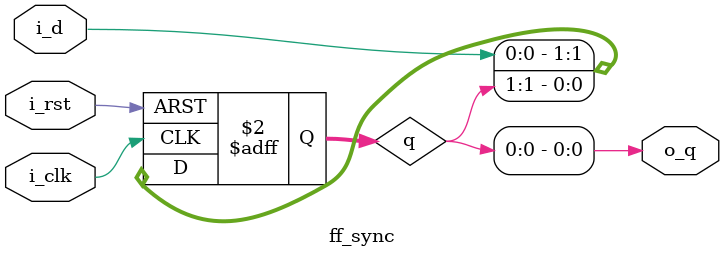
<source format=v>
/****************************************************************************

                            ---- ff_sync ----

Flip-flop synchronizer for clock domain crossing.

****************************************************************************/

module ff_sync #(
    parameter DEPTH = 2,
    parameter INITIAL_VAL = 1'b0,
) (
    input i_clk,
    input i_rst,
    input i_d,
    output o_q
);

    reg [DEPTH-1:0] q;

    always @(posedge i_clk or posedge i_rst) begin
        if (i_rst) begin
            q <= {DEPTH{INITIAL_VAL[0]}};
        end else begin
            q <= {i_d, q[DEPTH-1:1]};
        end
    end

    assign o_q = q[0];

endmodule

</source>
